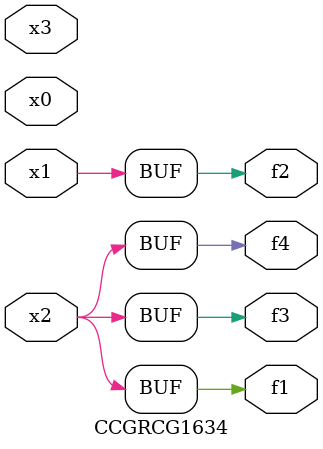
<source format=v>
module CCGRCG1634(
	input x0, x1, x2, x3,
	output f1, f2, f3, f4
);
	assign f1 = x2;
	assign f2 = x1;
	assign f3 = x2;
	assign f4 = x2;
endmodule

</source>
